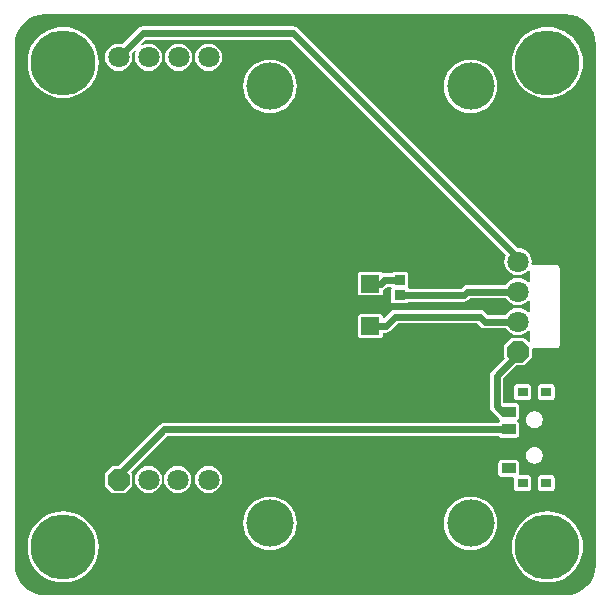
<source format=gtl>
G04 Layer_Physical_Order=1*
G04 Layer_Color=255*
%FSLAX44Y44*%
%MOMM*%
G71*
G01*
G75*
%ADD10R,1.2500X0.9000*%
%ADD11R,0.9000X0.8000*%
%ADD12R,0.9500X0.8500*%
%ADD13R,1.6000X1.5000*%
%ADD14C,0.6000*%
%ADD15P,1.9483X8X112.5*%
%ADD16C,1.8000*%
%ADD17P,1.9483X8X22.5*%
%ADD18C,4.0000*%
%ADD19C,5.5000*%
G36*
X475109Y495686D02*
X480022Y494196D01*
X484550Y491776D01*
X488518Y488519D01*
X491776Y484550D01*
X494196Y480022D01*
X495686Y475109D01*
X496165Y470248D01*
X496115Y470000D01*
X496115Y30000D01*
X496165Y29752D01*
X495686Y24891D01*
X494196Y19978D01*
X491776Y15450D01*
X488518Y11482D01*
X484550Y8225D01*
X480022Y5804D01*
X475109Y4314D01*
X471250Y3934D01*
X470000Y3885D01*
X470000Y3885D01*
X468730Y3885D01*
X31269Y3885D01*
X30000Y3885D01*
X28750Y3934D01*
X24891Y4314D01*
X19978Y5804D01*
X15450Y8225D01*
X11481Y11482D01*
X8225Y15450D01*
X5804Y19978D01*
X4314Y24891D01*
X3934Y28751D01*
X3885Y30000D01*
X3885Y30000D01*
X3885Y31252D01*
X3885Y470000D01*
X3835Y470248D01*
X4314Y475109D01*
X5804Y480022D01*
X8225Y484550D01*
X11481Y488519D01*
X15450Y491776D01*
X19978Y494196D01*
X24891Y495686D01*
X29752Y496165D01*
X30000Y496115D01*
X470000Y496115D01*
X470248Y496165D01*
X475109Y495686D01*
D02*
G37*
%LPC*%
G36*
X168100Y113639D02*
X165088Y113243D01*
X162280Y112080D01*
X159870Y110230D01*
X158020Y107820D01*
X156857Y105013D01*
X156460Y102000D01*
X156857Y98988D01*
X158020Y96180D01*
X159870Y93770D01*
X162280Y91920D01*
X165088Y90757D01*
X168100Y90360D01*
X171112Y90757D01*
X173920Y91920D01*
X176330Y93770D01*
X178180Y96180D01*
X179343Y98988D01*
X179739Y102000D01*
X179343Y105013D01*
X178180Y107820D01*
X176330Y110230D01*
X173920Y112080D01*
X171112Y113243D01*
X168100Y113639D01*
D02*
G37*
G36*
X142000D02*
X138988Y113243D01*
X136180Y112080D01*
X133770Y110230D01*
X131920Y107820D01*
X130757Y105013D01*
X130360Y102000D01*
X130757Y98988D01*
X131920Y96180D01*
X133770Y93770D01*
X136180Y91920D01*
X138988Y90757D01*
X142000Y90360D01*
X145013Y90757D01*
X147820Y91920D01*
X150230Y93770D01*
X152080Y96180D01*
X153243Y98988D01*
X153639Y102000D01*
X153243Y105013D01*
X152080Y107820D01*
X150230Y110230D01*
X147820Y112080D01*
X145013Y113243D01*
X142000Y113639D01*
D02*
G37*
G36*
X428500Y118695D02*
X416000D01*
X415009Y118498D01*
X414169Y117936D01*
X413607Y117096D01*
X413410Y116105D01*
Y107105D01*
X413607Y106114D01*
X414169Y105274D01*
X415009Y104713D01*
X416000Y104515D01*
X425976D01*
X426938Y103245D01*
X426910Y103105D01*
Y95105D01*
X427107Y94114D01*
X427669Y93274D01*
X428509Y92713D01*
X429500Y92515D01*
X438500D01*
X439491Y92713D01*
X440331Y93274D01*
X440893Y94114D01*
X441090Y95105D01*
Y103105D01*
X440893Y104096D01*
X440331Y104936D01*
X439491Y105498D01*
X438500Y105695D01*
X432024D01*
X431062Y106965D01*
X431090Y107105D01*
Y116105D01*
X430893Y117096D01*
X430331Y117936D01*
X429491Y118498D01*
X428500Y118695D01*
D02*
G37*
G36*
X444505Y129733D02*
X443495D01*
X441739Y129384D01*
X440805Y128997D01*
X439317Y128003D01*
X439317Y128003D01*
X438602Y127288D01*
X438602Y127288D01*
X437608Y125800D01*
X437221Y124866D01*
X436872Y123110D01*
Y122855D01*
X436822Y122605D01*
X436872Y122355D01*
Y122100D01*
X437221Y120344D01*
X437608Y119411D01*
X438602Y117922D01*
X438602Y117922D01*
X439317Y117208D01*
X439317Y117208D01*
X440805Y116213D01*
X441739Y115826D01*
X443495Y115477D01*
X444505D01*
X446261Y115826D01*
X447195Y116213D01*
X448683Y117208D01*
X448683Y117208D01*
X449398Y117922D01*
X449398Y117922D01*
X450392Y119411D01*
X450779Y120344D01*
X451128Y122100D01*
Y122355D01*
X451178Y122605D01*
X451128Y122855D01*
Y123110D01*
X450779Y124866D01*
X450392Y125800D01*
X449398Y127288D01*
X449398Y127288D01*
X448683Y128003D01*
X448683Y128003D01*
X447195Y128997D01*
X446261Y129384D01*
X444505Y129733D01*
D02*
G37*
G36*
X458500Y105695D02*
X449500D01*
X448509Y105498D01*
X447669Y104936D01*
X447107Y104096D01*
X446910Y103105D01*
Y95105D01*
X447107Y94114D01*
X447669Y93274D01*
X448509Y92713D01*
X449500Y92515D01*
X458500D01*
X459491Y92713D01*
X460331Y93274D01*
X460893Y94114D01*
X461090Y95105D01*
Y103105D01*
X460893Y104096D01*
X460331Y104936D01*
X459491Y105498D01*
X458500Y105695D01*
D02*
G37*
G36*
X455000Y75133D02*
X450286Y74762D01*
X445688Y73658D01*
X441320Y71849D01*
X437288Y69378D01*
X433693Y66307D01*
X430622Y62712D01*
X428151Y58680D01*
X426342Y54312D01*
X425238Y49714D01*
X424867Y45000D01*
X425238Y40286D01*
X426342Y35689D01*
X428151Y31320D01*
X430622Y27288D01*
X433693Y23693D01*
X437288Y20622D01*
X441320Y18152D01*
X445688Y16342D01*
X450286Y15238D01*
X455000Y14867D01*
X459714Y15238D01*
X464312Y16342D01*
X468680Y18152D01*
X472712Y20622D01*
X476307Y23693D01*
X479378Y27288D01*
X481849Y31320D01*
X483658Y35689D01*
X484762Y40286D01*
X485133Y45000D01*
X484762Y49714D01*
X483658Y54312D01*
X481849Y58680D01*
X479378Y62712D01*
X476307Y66307D01*
X472712Y69378D01*
X468680Y71849D01*
X464312Y73658D01*
X459714Y74762D01*
X455000Y75133D01*
D02*
G37*
G36*
X45000D02*
X40286Y74762D01*
X35688Y73658D01*
X31320Y71849D01*
X27288Y69378D01*
X23693Y66307D01*
X20622Y62712D01*
X18151Y58680D01*
X16342Y54312D01*
X15238Y49714D01*
X14867Y45000D01*
X15238Y40286D01*
X16342Y35689D01*
X18151Y31320D01*
X20622Y27288D01*
X23693Y23693D01*
X27288Y20622D01*
X31320Y18152D01*
X35688Y16342D01*
X40286Y15238D01*
X45000Y14867D01*
X49714Y15238D01*
X54311Y16342D01*
X58680Y18152D01*
X62712Y20622D01*
X66307Y23693D01*
X69378Y27288D01*
X71849Y31320D01*
X73658Y35689D01*
X74762Y40286D01*
X75133Y45000D01*
X74762Y49714D01*
X73658Y54312D01*
X71849Y58680D01*
X69378Y62712D01*
X66307Y66307D01*
X62712Y69378D01*
X58680Y71849D01*
X54311Y73658D01*
X49714Y74762D01*
X45000Y75133D01*
D02*
G37*
G36*
X220000Y87649D02*
X215581Y87214D01*
X211333Y85925D01*
X207417Y83832D01*
X203985Y81015D01*
X201168Y77583D01*
X199075Y73667D01*
X197786Y69419D01*
X197351Y65000D01*
X197786Y60581D01*
X199075Y56333D01*
X201168Y52417D01*
X203985Y48985D01*
X207417Y46168D01*
X211333Y44075D01*
X215581Y42786D01*
X220000Y42351D01*
X224419Y42786D01*
X228667Y44075D01*
X232583Y46168D01*
X236015Y48985D01*
X238832Y52417D01*
X240925Y56333D01*
X242214Y60581D01*
X242649Y65000D01*
X242214Y69419D01*
X240925Y73667D01*
X238832Y77583D01*
X236015Y81015D01*
X232583Y83832D01*
X228667Y85925D01*
X224419Y87214D01*
X220000Y87649D01*
D02*
G37*
G36*
X117300Y113639D02*
X114288Y113243D01*
X111480Y112080D01*
X109070Y110230D01*
X107220Y107820D01*
X106057Y105013D01*
X105660Y102000D01*
X106057Y98988D01*
X107220Y96180D01*
X109070Y93770D01*
X111480Y91920D01*
X114288Y90757D01*
X117300Y90360D01*
X120312Y90757D01*
X123120Y91920D01*
X125530Y93770D01*
X127380Y96180D01*
X128543Y98988D01*
X128940Y102000D01*
X128543Y105013D01*
X127380Y107820D01*
X125530Y110230D01*
X123120Y112080D01*
X120312Y113243D01*
X117300Y113639D01*
D02*
G37*
G36*
X390000Y87649D02*
X385581Y87214D01*
X381333Y85925D01*
X377417Y83832D01*
X373985Y81015D01*
X371168Y77583D01*
X369075Y73667D01*
X367786Y69419D01*
X367351Y65000D01*
X367786Y60581D01*
X369075Y56333D01*
X371168Y52417D01*
X373985Y48985D01*
X377417Y46168D01*
X381333Y44075D01*
X385581Y42786D01*
X390000Y42351D01*
X394419Y42786D01*
X398667Y44075D01*
X402583Y46168D01*
X406015Y48985D01*
X408832Y52417D01*
X410925Y56333D01*
X412214Y60581D01*
X412649Y65000D01*
X412214Y69419D01*
X410925Y73667D01*
X408832Y77583D01*
X406015Y81015D01*
X402583Y83832D01*
X398667Y85925D01*
X394419Y87214D01*
X390000Y87649D01*
D02*
G37*
G36*
X45000Y485133D02*
X40286Y484762D01*
X35688Y483658D01*
X31320Y481849D01*
X27288Y479378D01*
X23693Y476307D01*
X20622Y472712D01*
X18151Y468680D01*
X16342Y464312D01*
X15238Y459714D01*
X14867Y455000D01*
X15238Y450286D01*
X16342Y445689D01*
X18151Y441320D01*
X20622Y437288D01*
X23693Y433693D01*
X27288Y430622D01*
X31320Y428152D01*
X35688Y426342D01*
X40286Y425238D01*
X45000Y424867D01*
X49714Y425238D01*
X54311Y426342D01*
X58680Y428152D01*
X62712Y430622D01*
X66307Y433693D01*
X69378Y437288D01*
X71849Y441320D01*
X73658Y445689D01*
X74762Y450286D01*
X75133Y455000D01*
X74762Y459714D01*
X73658Y464312D01*
X71849Y468680D01*
X69378Y472712D01*
X66307Y476307D01*
X62712Y479378D01*
X58680Y481849D01*
X54311Y483658D01*
X49714Y484762D01*
X45000Y485133D01*
D02*
G37*
G36*
X390000Y457649D02*
X385581Y457214D01*
X381333Y455925D01*
X377417Y453832D01*
X373985Y451015D01*
X371168Y447583D01*
X369075Y443667D01*
X367786Y439419D01*
X367351Y435000D01*
X367786Y430582D01*
X369075Y426333D01*
X371168Y422417D01*
X373985Y418985D01*
X377417Y416168D01*
X381333Y414075D01*
X385581Y412786D01*
X390000Y412351D01*
X394419Y412786D01*
X398667Y414075D01*
X402583Y416168D01*
X406015Y418985D01*
X408832Y422417D01*
X410925Y426333D01*
X412214Y430582D01*
X412649Y435000D01*
X412214Y439419D01*
X410925Y443667D01*
X408832Y447583D01*
X406015Y451015D01*
X402583Y453832D01*
X398667Y455925D01*
X394419Y457214D01*
X390000Y457649D01*
D02*
G37*
G36*
X455000Y485133D02*
X450286Y484762D01*
X445688Y483658D01*
X441320Y481849D01*
X437288Y479378D01*
X433693Y476307D01*
X430622Y472712D01*
X428151Y468680D01*
X426342Y464312D01*
X425238Y459714D01*
X424867Y455000D01*
X425238Y450286D01*
X426342Y445689D01*
X428151Y441320D01*
X430622Y437288D01*
X433693Y433693D01*
X437288Y430622D01*
X441320Y428152D01*
X445688Y426342D01*
X450286Y425238D01*
X455000Y424867D01*
X459714Y425238D01*
X464312Y426342D01*
X468680Y428152D01*
X472712Y430622D01*
X476307Y433693D01*
X479378Y437288D01*
X481849Y441320D01*
X483658Y445689D01*
X484762Y450286D01*
X485133Y455000D01*
X484762Y459714D01*
X483658Y464312D01*
X481849Y468680D01*
X479378Y472712D01*
X476307Y476307D01*
X472712Y479378D01*
X468680Y481849D01*
X464312Y483658D01*
X459714Y484762D01*
X455000Y485133D01*
D02*
G37*
G36*
X168100Y471139D02*
X165088Y470743D01*
X162280Y469580D01*
X159870Y467730D01*
X158020Y465320D01*
X156857Y462513D01*
X156460Y459500D01*
X156857Y456488D01*
X158020Y453680D01*
X159870Y451270D01*
X162280Y449420D01*
X165088Y448257D01*
X168100Y447860D01*
X171112Y448257D01*
X173920Y449420D01*
X176330Y451270D01*
X178180Y453680D01*
X179343Y456488D01*
X179739Y459500D01*
X179343Y462513D01*
X178180Y465320D01*
X176330Y467730D01*
X173920Y469580D01*
X171112Y470743D01*
X168100Y471139D01*
D02*
G37*
G36*
X142700D02*
X139688Y470743D01*
X136880Y469580D01*
X134470Y467730D01*
X132620Y465320D01*
X131457Y462513D01*
X131060Y459500D01*
X131457Y456488D01*
X132620Y453680D01*
X134470Y451270D01*
X136880Y449420D01*
X139688Y448257D01*
X142700Y447860D01*
X145712Y448257D01*
X148520Y449420D01*
X150930Y451270D01*
X152780Y453680D01*
X153943Y456488D01*
X154340Y459500D01*
X153943Y462513D01*
X152780Y465320D01*
X150930Y467730D01*
X148520Y469580D01*
X145712Y470743D01*
X142700Y471139D01*
D02*
G37*
G36*
X438500Y182695D02*
X429500D01*
X428509Y182498D01*
X427669Y181936D01*
X427107Y181096D01*
X426910Y180105D01*
Y172105D01*
X427107Y171114D01*
X427669Y170274D01*
X428509Y169713D01*
X429500Y169515D01*
X438500D01*
X439491Y169713D01*
X440331Y170274D01*
X440893Y171114D01*
X441090Y172105D01*
Y180105D01*
X440893Y181096D01*
X440331Y181936D01*
X439491Y182498D01*
X438500Y182695D01*
D02*
G37*
G36*
X444505Y159733D02*
X443495D01*
X441739Y159384D01*
X440805Y158997D01*
X439317Y158003D01*
X439317Y158003D01*
X438602Y157288D01*
X438602Y157288D01*
X437608Y155800D01*
X437221Y154866D01*
X436872Y153110D01*
Y152855D01*
X436822Y152605D01*
X436872Y152355D01*
Y152100D01*
X437221Y150344D01*
X437608Y149411D01*
X438602Y147922D01*
X438602Y147922D01*
X439317Y147208D01*
X439317Y147208D01*
X440805Y146213D01*
X441739Y145826D01*
X443495Y145477D01*
X444505D01*
X446261Y145826D01*
X447195Y146213D01*
X448683Y147208D01*
X448683Y147208D01*
X449398Y147922D01*
X449398Y147922D01*
X450392Y149411D01*
X450779Y150344D01*
X451128Y152100D01*
Y152355D01*
X451178Y152605D01*
X451128Y152855D01*
Y153110D01*
X450779Y154866D01*
X450392Y155800D01*
X449398Y157288D01*
X449398Y157288D01*
X448683Y158003D01*
X448683Y158003D01*
X447195Y158997D01*
X446261Y159384D01*
X444505Y159733D01*
D02*
G37*
G36*
X458500Y182695D02*
X449500D01*
X448509Y182498D01*
X447669Y181936D01*
X447107Y181096D01*
X446910Y180105D01*
Y172105D01*
X447107Y171114D01*
X447669Y170274D01*
X448509Y169713D01*
X449500Y169515D01*
X458500D01*
X459491Y169713D01*
X460331Y170274D01*
X460893Y171114D01*
X461090Y172105D01*
Y180105D01*
X460893Y181096D01*
X460331Y181936D01*
X459491Y182498D01*
X458500Y182695D01*
D02*
G37*
G36*
X220000Y457649D02*
X215581Y457214D01*
X211333Y455925D01*
X207417Y453832D01*
X203985Y451015D01*
X201168Y447583D01*
X199075Y443667D01*
X197786Y439419D01*
X197351Y435000D01*
X197786Y430582D01*
X199075Y426333D01*
X201168Y422417D01*
X203985Y418985D01*
X207417Y416168D01*
X211333Y414075D01*
X215581Y412786D01*
X220000Y412351D01*
X224419Y412786D01*
X228667Y414075D01*
X232583Y416168D01*
X236015Y418985D01*
X238832Y422417D01*
X240925Y426333D01*
X242214Y430582D01*
X242649Y435000D01*
X242214Y439419D01*
X240925Y443667D01*
X238832Y447583D01*
X236015Y451015D01*
X232583Y453832D01*
X228667Y455925D01*
X224419Y457214D01*
X220000Y457649D01*
D02*
G37*
G36*
X240000Y485649D02*
X240000Y485648D01*
X112400D01*
X110238Y485219D01*
X108406Y483994D01*
X108406Y483994D01*
X95084Y470672D01*
X94913Y470743D01*
X91900Y471139D01*
X88888Y470743D01*
X86080Y469580D01*
X83670Y467730D01*
X81820Y465320D01*
X80657Y462513D01*
X80260Y459500D01*
X80657Y456488D01*
X81820Y453680D01*
X83670Y451270D01*
X86080Y449420D01*
X88888Y448257D01*
X91900Y447860D01*
X94913Y448257D01*
X97720Y449420D01*
X100130Y451270D01*
X101980Y453680D01*
X103143Y456488D01*
X103539Y459500D01*
X103143Y462513D01*
X103072Y462684D01*
X105942Y465554D01*
X107019Y464835D01*
X106057Y462513D01*
X105660Y459500D01*
X106057Y456488D01*
X107220Y453680D01*
X109070Y451270D01*
X111480Y449420D01*
X114288Y448257D01*
X117300Y447860D01*
X120312Y448257D01*
X123120Y449420D01*
X125530Y451270D01*
X127380Y453680D01*
X128543Y456488D01*
X128940Y459500D01*
X128543Y462513D01*
X127380Y465320D01*
X125530Y467730D01*
X123120Y469580D01*
X120312Y470743D01*
X117300Y471139D01*
X114288Y470743D01*
X111965Y469781D01*
X111246Y470858D01*
X114740Y474352D01*
X237660D01*
X419821Y292191D01*
X418757Y289623D01*
X418360Y286610D01*
X418757Y283598D01*
X419920Y280790D01*
X421770Y278380D01*
X424180Y276530D01*
X426987Y275367D01*
X430000Y274971D01*
X433013Y275367D01*
X435820Y276530D01*
X438230Y278380D01*
X438940Y279305D01*
X440210Y278874D01*
Y268947D01*
X438940Y268515D01*
X438230Y269441D01*
X435820Y271290D01*
X433013Y272453D01*
X430000Y272850D01*
X426987Y272453D01*
X424180Y271290D01*
X421770Y269441D01*
X419920Y267030D01*
X419849Y266859D01*
X387210D01*
X387210Y266859D01*
X385049Y266429D01*
X383216Y265204D01*
X381660Y263648D01*
X337520D01*
X336764Y264835D01*
X336900Y265396D01*
X337143Y265759D01*
X337340Y266750D01*
Y275250D01*
X337143Y276241D01*
X336581Y277081D01*
X335741Y277643D01*
X334750Y277840D01*
X325250D01*
X324259Y277643D01*
X323419Y277081D01*
X323130Y276649D01*
X317000D01*
X317000Y276649D01*
X315580Y276366D01*
X315393Y276491D01*
X314831Y277331D01*
X313991Y277893D01*
X313000Y278090D01*
X297000D01*
X296009Y277893D01*
X295169Y277331D01*
X294607Y276491D01*
X294410Y275500D01*
Y260500D01*
X294607Y259509D01*
X295169Y258669D01*
X296009Y258107D01*
X297000Y257910D01*
X313000D01*
X313991Y258107D01*
X314831Y258669D01*
X315393Y259509D01*
X315590Y260500D01*
Y262668D01*
X316162Y262781D01*
X317994Y264006D01*
X319340Y265352D01*
X322480D01*
X323236Y264165D01*
X323100Y263604D01*
X322857Y263241D01*
X322660Y262250D01*
Y253750D01*
X322857Y252759D01*
X323419Y251919D01*
X324259Y251357D01*
X325250Y251160D01*
X334750D01*
X335741Y251357D01*
X336581Y251919D01*
X336870Y252351D01*
X384000D01*
X384000Y252351D01*
X386162Y252781D01*
X387994Y254006D01*
X389550Y255562D01*
X419849D01*
X419920Y255390D01*
X421770Y252980D01*
X424180Y251130D01*
X426987Y249967D01*
X430000Y249571D01*
X433013Y249967D01*
X435820Y251130D01*
X438230Y252980D01*
X438940Y253905D01*
X440210Y253474D01*
Y243547D01*
X438940Y243116D01*
X438230Y244041D01*
X435820Y245890D01*
X433013Y247053D01*
X430000Y247450D01*
X426987Y247053D01*
X424180Y245890D01*
X421770Y244041D01*
X419920Y241630D01*
X419849Y241459D01*
X404529D01*
X401994Y243994D01*
X400162Y245219D01*
X398000Y245649D01*
X398000Y245648D01*
X326000D01*
X326000Y245649D01*
X323838Y245219D01*
X322006Y243994D01*
X322006Y243994D01*
X316860Y238848D01*
X315590Y239374D01*
Y239500D01*
X315393Y240491D01*
X314831Y241331D01*
X313991Y241893D01*
X313000Y242090D01*
X297000D01*
X296009Y241893D01*
X295169Y241331D01*
X294607Y240491D01*
X294410Y239500D01*
Y224500D01*
X294607Y223509D01*
X295169Y222669D01*
X296009Y222107D01*
X297000Y221910D01*
X313000D01*
X313991Y222107D01*
X314831Y222669D01*
X315393Y223509D01*
X315590Y224500D01*
Y226352D01*
X318000D01*
X318000Y226352D01*
X320162Y226782D01*
X321994Y228006D01*
X328340Y234352D01*
X395660D01*
X398196Y231816D01*
X398196Y231816D01*
X400028Y230592D01*
X402190Y230162D01*
X402190Y230162D01*
X419849D01*
X419920Y229990D01*
X421770Y227580D01*
X424180Y225730D01*
X426987Y224567D01*
X430000Y224171D01*
X433013Y224567D01*
X435820Y225730D01*
X438230Y227580D01*
X438940Y228505D01*
X440210Y228074D01*
Y219022D01*
X439037Y218536D01*
X436331Y221241D01*
X435491Y221803D01*
X434500Y222000D01*
X425500D01*
X424509Y221803D01*
X423669Y221241D01*
X419169Y216741D01*
X418607Y215901D01*
X418410Y214910D01*
Y205910D01*
X418607Y204919D01*
X418737Y204725D01*
X408006Y193994D01*
X406781Y192162D01*
X406351Y190000D01*
X406352Y190000D01*
Y164000D01*
X406351Y164000D01*
X406781Y161838D01*
X408006Y160006D01*
X412401Y155611D01*
X412401Y155611D01*
X413449Y154911D01*
X413607Y154114D01*
X414169Y153274D01*
X414916Y152774D01*
X414990Y152105D01*
X414916Y151436D01*
X414169Y150936D01*
X413713Y150254D01*
X130605D01*
X130605Y150254D01*
X128444Y149824D01*
X126611Y148599D01*
X126611Y148599D01*
X91601Y113590D01*
X87400D01*
X86409Y113393D01*
X85569Y112831D01*
X81069Y108331D01*
X80507Y107491D01*
X80310Y106500D01*
Y97500D01*
X80507Y96509D01*
X81069Y95669D01*
X85569Y91169D01*
X86409Y90607D01*
X87400Y90410D01*
X96400D01*
X97391Y90607D01*
X98231Y91169D01*
X102731Y95669D01*
X103293Y96509D01*
X103490Y97500D01*
Y106500D01*
X103293Y107491D01*
X102731Y108331D01*
X102525Y108537D01*
X132945Y138957D01*
X413713D01*
X414169Y138274D01*
X415009Y137713D01*
X416000Y137515D01*
X428500D01*
X429491Y137713D01*
X430331Y138274D01*
X430893Y139114D01*
X431090Y140105D01*
Y149105D01*
X430893Y150096D01*
X430331Y150936D01*
X429584Y151436D01*
X429510Y152105D01*
X429584Y152774D01*
X430331Y153274D01*
X430893Y154114D01*
X431090Y155105D01*
Y164105D01*
X430893Y165096D01*
X430331Y165936D01*
X429491Y166498D01*
X428500Y166695D01*
X417649D01*
Y187660D01*
X428809Y198820D01*
X434500D01*
X435491Y199018D01*
X436331Y199579D01*
X440831Y204079D01*
X441393Y204919D01*
X441590Y205910D01*
Y212366D01*
X442800Y213420D01*
X462800D01*
X463791Y213617D01*
X464631Y214179D01*
X465193Y215019D01*
X465390Y216010D01*
Y281010D01*
X465193Y282001D01*
X464631Y282841D01*
X463791Y283403D01*
X462800Y283600D01*
X442800D01*
X442517Y283544D01*
X441364Y284517D01*
X441640Y286610D01*
X441243Y289623D01*
X440080Y292430D01*
X438230Y294841D01*
X435820Y296690D01*
X433013Y297853D01*
X430000Y298250D01*
X429769Y298219D01*
X243994Y483994D01*
X242162Y485219D01*
X240000Y485649D01*
D02*
G37*
%LPD*%
D10*
X422250Y111605D02*
D03*
Y144605D02*
D03*
Y159605D02*
D03*
D11*
X454000Y176105D02*
D03*
X434000D02*
D03*
X454000Y99105D02*
D03*
X434000D02*
D03*
D12*
X330000Y271000D02*
D03*
Y258000D02*
D03*
D13*
X305000Y232000D02*
D03*
Y268000D02*
D03*
D14*
X430000Y208000D02*
Y210410D01*
X412000Y190000D02*
X430000Y208000D01*
X412000Y164000D02*
Y190000D01*
Y164000D02*
X416395Y159605D01*
X422250D01*
X130605Y144605D02*
X422250D01*
X91900Y105900D02*
X130605Y144605D01*
X91900Y102000D02*
Y105900D01*
X240000Y480000D02*
X430000Y290000D01*
X112400Y480000D02*
X240000D01*
X91900Y459500D02*
X112400Y480000D01*
X430000Y286610D02*
Y290000D01*
X402190Y235810D02*
X430000D01*
X398000Y240000D02*
X402190Y235810D01*
X326000Y240000D02*
X398000D01*
X318000Y232000D02*
X326000Y240000D01*
X305000Y232000D02*
X318000D01*
X330000Y258000D02*
X384000D01*
X387210Y261210D01*
X430000D01*
X317000Y271000D02*
X330000D01*
X314000Y268000D02*
X317000Y271000D01*
X305000Y268000D02*
X314000D01*
D15*
X430000Y210410D02*
D03*
D16*
Y235810D02*
D03*
Y261210D02*
D03*
Y286610D02*
D03*
X117300Y102000D02*
D03*
X142000D02*
D03*
X168100D02*
D03*
X91900Y459500D02*
D03*
X168100D02*
D03*
X142700D02*
D03*
X117300D02*
D03*
D17*
X91900Y102000D02*
D03*
D18*
X220000Y65000D02*
D03*
X390000D02*
D03*
Y435000D02*
D03*
X220000D02*
D03*
D19*
X45000Y455000D02*
D03*
X455000D02*
D03*
X45000Y45000D02*
D03*
X455000D02*
D03*
M02*

</source>
